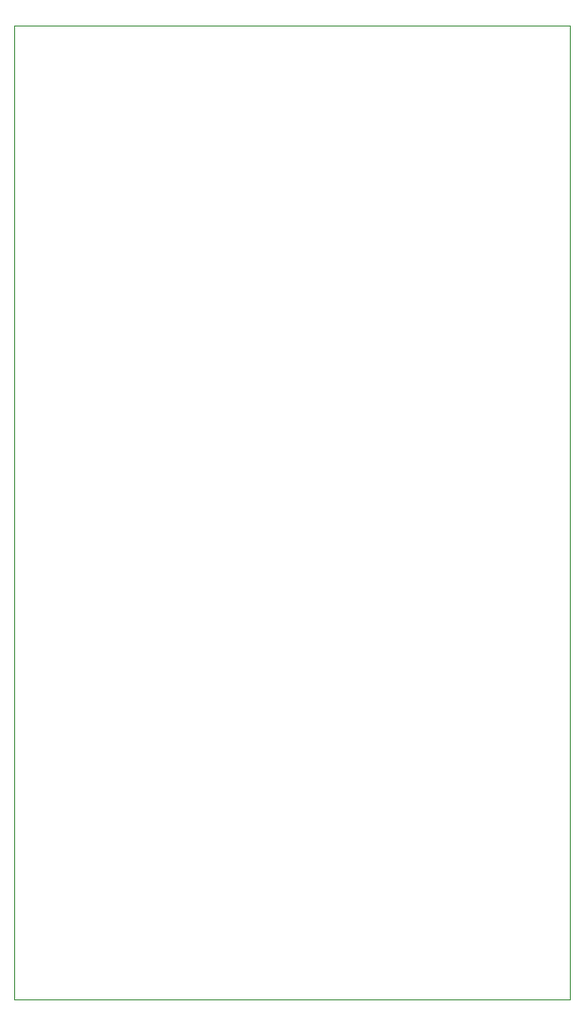
<source format=gbr>
%TF.GenerationSoftware,KiCad,Pcbnew,7.0.5*%
%TF.CreationDate,2023-10-05T13:58:56+07:00*%
%TF.ProjectId,Main_board,4d61696e-5f62-46f6-9172-642e6b696361,rev?*%
%TF.SameCoordinates,Original*%
%TF.FileFunction,Profile,NP*%
%FSLAX46Y46*%
G04 Gerber Fmt 4.6, Leading zero omitted, Abs format (unit mm)*
G04 Created by KiCad (PCBNEW 7.0.5) date 2023-10-05 13:58:56*
%MOMM*%
%LPD*%
G01*
G04 APERTURE LIST*
%TA.AperFunction,Profile*%
%ADD10C,0.100000*%
%TD*%
G04 APERTURE END LIST*
D10*
X136144000Y-25654000D02*
X185928000Y-25654000D01*
X185928000Y-112776000D01*
X136144000Y-112776000D01*
X136144000Y-25654000D01*
M02*

</source>
